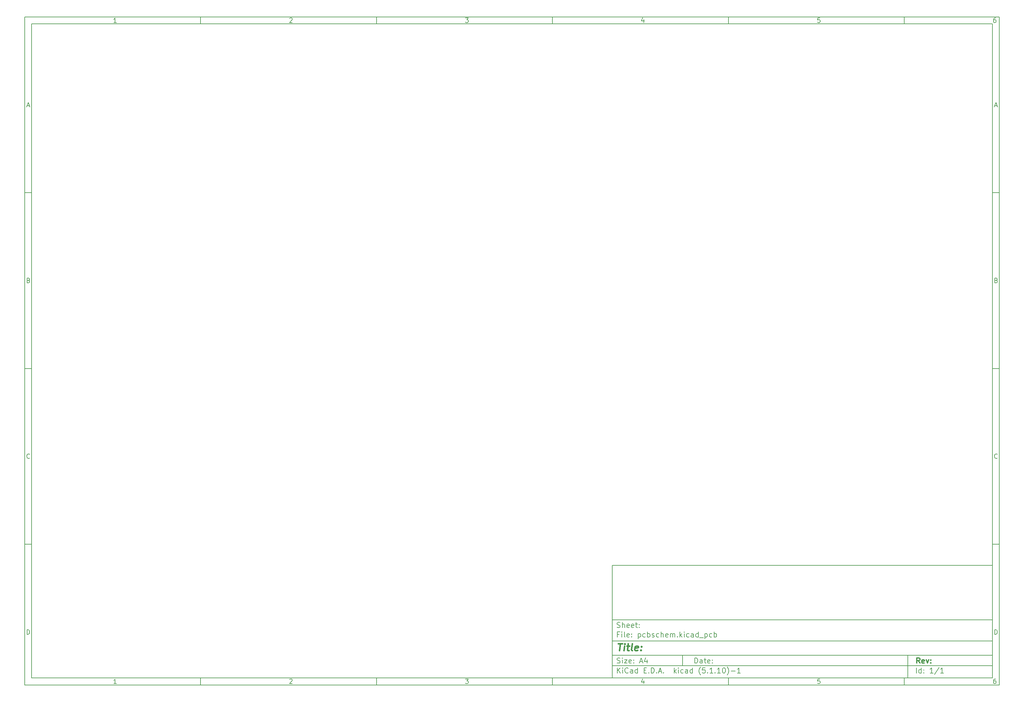
<source format=gbr>
%TF.GenerationSoftware,KiCad,Pcbnew,(5.1.10)-1*%
%TF.CreationDate,2021-10-04T17:28:05-07:00*%
%TF.ProjectId,pcbschem,70636273-6368-4656-9d2e-6b696361645f,rev?*%
%TF.SameCoordinates,Original*%
%TF.FileFunction,Other,ECO2*%
%FSLAX46Y46*%
G04 Gerber Fmt 4.6, Leading zero omitted, Abs format (unit mm)*
G04 Created by KiCad (PCBNEW (5.1.10)-1) date 2021-10-04 17:28:05*
%MOMM*%
%LPD*%
G01*
G04 APERTURE LIST*
%ADD10C,0.100000*%
%ADD11C,0.150000*%
%ADD12C,0.300000*%
%ADD13C,0.400000*%
G04 APERTURE END LIST*
D10*
D11*
X177002200Y-166007200D02*
X177002200Y-198007200D01*
X285002200Y-198007200D01*
X285002200Y-166007200D01*
X177002200Y-166007200D01*
D10*
D11*
X10000000Y-10000000D02*
X10000000Y-200007200D01*
X287002200Y-200007200D01*
X287002200Y-10000000D01*
X10000000Y-10000000D01*
D10*
D11*
X12000000Y-12000000D02*
X12000000Y-198007200D01*
X285002200Y-198007200D01*
X285002200Y-12000000D01*
X12000000Y-12000000D01*
D10*
D11*
X60000000Y-12000000D02*
X60000000Y-10000000D01*
D10*
D11*
X110000000Y-12000000D02*
X110000000Y-10000000D01*
D10*
D11*
X160000000Y-12000000D02*
X160000000Y-10000000D01*
D10*
D11*
X210000000Y-12000000D02*
X210000000Y-10000000D01*
D10*
D11*
X260000000Y-12000000D02*
X260000000Y-10000000D01*
D10*
D11*
X36065476Y-11588095D02*
X35322619Y-11588095D01*
X35694047Y-11588095D02*
X35694047Y-10288095D01*
X35570238Y-10473809D01*
X35446428Y-10597619D01*
X35322619Y-10659523D01*
D10*
D11*
X85322619Y-10411904D02*
X85384523Y-10350000D01*
X85508333Y-10288095D01*
X85817857Y-10288095D01*
X85941666Y-10350000D01*
X86003571Y-10411904D01*
X86065476Y-10535714D01*
X86065476Y-10659523D01*
X86003571Y-10845238D01*
X85260714Y-11588095D01*
X86065476Y-11588095D01*
D10*
D11*
X135260714Y-10288095D02*
X136065476Y-10288095D01*
X135632142Y-10783333D01*
X135817857Y-10783333D01*
X135941666Y-10845238D01*
X136003571Y-10907142D01*
X136065476Y-11030952D01*
X136065476Y-11340476D01*
X136003571Y-11464285D01*
X135941666Y-11526190D01*
X135817857Y-11588095D01*
X135446428Y-11588095D01*
X135322619Y-11526190D01*
X135260714Y-11464285D01*
D10*
D11*
X185941666Y-10721428D02*
X185941666Y-11588095D01*
X185632142Y-10226190D02*
X185322619Y-11154761D01*
X186127380Y-11154761D01*
D10*
D11*
X236003571Y-10288095D02*
X235384523Y-10288095D01*
X235322619Y-10907142D01*
X235384523Y-10845238D01*
X235508333Y-10783333D01*
X235817857Y-10783333D01*
X235941666Y-10845238D01*
X236003571Y-10907142D01*
X236065476Y-11030952D01*
X236065476Y-11340476D01*
X236003571Y-11464285D01*
X235941666Y-11526190D01*
X235817857Y-11588095D01*
X235508333Y-11588095D01*
X235384523Y-11526190D01*
X235322619Y-11464285D01*
D10*
D11*
X285941666Y-10288095D02*
X285694047Y-10288095D01*
X285570238Y-10350000D01*
X285508333Y-10411904D01*
X285384523Y-10597619D01*
X285322619Y-10845238D01*
X285322619Y-11340476D01*
X285384523Y-11464285D01*
X285446428Y-11526190D01*
X285570238Y-11588095D01*
X285817857Y-11588095D01*
X285941666Y-11526190D01*
X286003571Y-11464285D01*
X286065476Y-11340476D01*
X286065476Y-11030952D01*
X286003571Y-10907142D01*
X285941666Y-10845238D01*
X285817857Y-10783333D01*
X285570238Y-10783333D01*
X285446428Y-10845238D01*
X285384523Y-10907142D01*
X285322619Y-11030952D01*
D10*
D11*
X60000000Y-198007200D02*
X60000000Y-200007200D01*
D10*
D11*
X110000000Y-198007200D02*
X110000000Y-200007200D01*
D10*
D11*
X160000000Y-198007200D02*
X160000000Y-200007200D01*
D10*
D11*
X210000000Y-198007200D02*
X210000000Y-200007200D01*
D10*
D11*
X260000000Y-198007200D02*
X260000000Y-200007200D01*
D10*
D11*
X36065476Y-199595295D02*
X35322619Y-199595295D01*
X35694047Y-199595295D02*
X35694047Y-198295295D01*
X35570238Y-198481009D01*
X35446428Y-198604819D01*
X35322619Y-198666723D01*
D10*
D11*
X85322619Y-198419104D02*
X85384523Y-198357200D01*
X85508333Y-198295295D01*
X85817857Y-198295295D01*
X85941666Y-198357200D01*
X86003571Y-198419104D01*
X86065476Y-198542914D01*
X86065476Y-198666723D01*
X86003571Y-198852438D01*
X85260714Y-199595295D01*
X86065476Y-199595295D01*
D10*
D11*
X135260714Y-198295295D02*
X136065476Y-198295295D01*
X135632142Y-198790533D01*
X135817857Y-198790533D01*
X135941666Y-198852438D01*
X136003571Y-198914342D01*
X136065476Y-199038152D01*
X136065476Y-199347676D01*
X136003571Y-199471485D01*
X135941666Y-199533390D01*
X135817857Y-199595295D01*
X135446428Y-199595295D01*
X135322619Y-199533390D01*
X135260714Y-199471485D01*
D10*
D11*
X185941666Y-198728628D02*
X185941666Y-199595295D01*
X185632142Y-198233390D02*
X185322619Y-199161961D01*
X186127380Y-199161961D01*
D10*
D11*
X236003571Y-198295295D02*
X235384523Y-198295295D01*
X235322619Y-198914342D01*
X235384523Y-198852438D01*
X235508333Y-198790533D01*
X235817857Y-198790533D01*
X235941666Y-198852438D01*
X236003571Y-198914342D01*
X236065476Y-199038152D01*
X236065476Y-199347676D01*
X236003571Y-199471485D01*
X235941666Y-199533390D01*
X235817857Y-199595295D01*
X235508333Y-199595295D01*
X235384523Y-199533390D01*
X235322619Y-199471485D01*
D10*
D11*
X285941666Y-198295295D02*
X285694047Y-198295295D01*
X285570238Y-198357200D01*
X285508333Y-198419104D01*
X285384523Y-198604819D01*
X285322619Y-198852438D01*
X285322619Y-199347676D01*
X285384523Y-199471485D01*
X285446428Y-199533390D01*
X285570238Y-199595295D01*
X285817857Y-199595295D01*
X285941666Y-199533390D01*
X286003571Y-199471485D01*
X286065476Y-199347676D01*
X286065476Y-199038152D01*
X286003571Y-198914342D01*
X285941666Y-198852438D01*
X285817857Y-198790533D01*
X285570238Y-198790533D01*
X285446428Y-198852438D01*
X285384523Y-198914342D01*
X285322619Y-199038152D01*
D10*
D11*
X10000000Y-60000000D02*
X12000000Y-60000000D01*
D10*
D11*
X10000000Y-110000000D02*
X12000000Y-110000000D01*
D10*
D11*
X10000000Y-160000000D02*
X12000000Y-160000000D01*
D10*
D11*
X10690476Y-35216666D02*
X11309523Y-35216666D01*
X10566666Y-35588095D02*
X11000000Y-34288095D01*
X11433333Y-35588095D01*
D10*
D11*
X11092857Y-84907142D02*
X11278571Y-84969047D01*
X11340476Y-85030952D01*
X11402380Y-85154761D01*
X11402380Y-85340476D01*
X11340476Y-85464285D01*
X11278571Y-85526190D01*
X11154761Y-85588095D01*
X10659523Y-85588095D01*
X10659523Y-84288095D01*
X11092857Y-84288095D01*
X11216666Y-84350000D01*
X11278571Y-84411904D01*
X11340476Y-84535714D01*
X11340476Y-84659523D01*
X11278571Y-84783333D01*
X11216666Y-84845238D01*
X11092857Y-84907142D01*
X10659523Y-84907142D01*
D10*
D11*
X11402380Y-135464285D02*
X11340476Y-135526190D01*
X11154761Y-135588095D01*
X11030952Y-135588095D01*
X10845238Y-135526190D01*
X10721428Y-135402380D01*
X10659523Y-135278571D01*
X10597619Y-135030952D01*
X10597619Y-134845238D01*
X10659523Y-134597619D01*
X10721428Y-134473809D01*
X10845238Y-134350000D01*
X11030952Y-134288095D01*
X11154761Y-134288095D01*
X11340476Y-134350000D01*
X11402380Y-134411904D01*
D10*
D11*
X10659523Y-185588095D02*
X10659523Y-184288095D01*
X10969047Y-184288095D01*
X11154761Y-184350000D01*
X11278571Y-184473809D01*
X11340476Y-184597619D01*
X11402380Y-184845238D01*
X11402380Y-185030952D01*
X11340476Y-185278571D01*
X11278571Y-185402380D01*
X11154761Y-185526190D01*
X10969047Y-185588095D01*
X10659523Y-185588095D01*
D10*
D11*
X287002200Y-60000000D02*
X285002200Y-60000000D01*
D10*
D11*
X287002200Y-110000000D02*
X285002200Y-110000000D01*
D10*
D11*
X287002200Y-160000000D02*
X285002200Y-160000000D01*
D10*
D11*
X285692676Y-35216666D02*
X286311723Y-35216666D01*
X285568866Y-35588095D02*
X286002200Y-34288095D01*
X286435533Y-35588095D01*
D10*
D11*
X286095057Y-84907142D02*
X286280771Y-84969047D01*
X286342676Y-85030952D01*
X286404580Y-85154761D01*
X286404580Y-85340476D01*
X286342676Y-85464285D01*
X286280771Y-85526190D01*
X286156961Y-85588095D01*
X285661723Y-85588095D01*
X285661723Y-84288095D01*
X286095057Y-84288095D01*
X286218866Y-84350000D01*
X286280771Y-84411904D01*
X286342676Y-84535714D01*
X286342676Y-84659523D01*
X286280771Y-84783333D01*
X286218866Y-84845238D01*
X286095057Y-84907142D01*
X285661723Y-84907142D01*
D10*
D11*
X286404580Y-135464285D02*
X286342676Y-135526190D01*
X286156961Y-135588095D01*
X286033152Y-135588095D01*
X285847438Y-135526190D01*
X285723628Y-135402380D01*
X285661723Y-135278571D01*
X285599819Y-135030952D01*
X285599819Y-134845238D01*
X285661723Y-134597619D01*
X285723628Y-134473809D01*
X285847438Y-134350000D01*
X286033152Y-134288095D01*
X286156961Y-134288095D01*
X286342676Y-134350000D01*
X286404580Y-134411904D01*
D10*
D11*
X285661723Y-185588095D02*
X285661723Y-184288095D01*
X285971247Y-184288095D01*
X286156961Y-184350000D01*
X286280771Y-184473809D01*
X286342676Y-184597619D01*
X286404580Y-184845238D01*
X286404580Y-185030952D01*
X286342676Y-185278571D01*
X286280771Y-185402380D01*
X286156961Y-185526190D01*
X285971247Y-185588095D01*
X285661723Y-185588095D01*
D10*
D11*
X200434342Y-193785771D02*
X200434342Y-192285771D01*
X200791485Y-192285771D01*
X201005771Y-192357200D01*
X201148628Y-192500057D01*
X201220057Y-192642914D01*
X201291485Y-192928628D01*
X201291485Y-193142914D01*
X201220057Y-193428628D01*
X201148628Y-193571485D01*
X201005771Y-193714342D01*
X200791485Y-193785771D01*
X200434342Y-193785771D01*
X202577200Y-193785771D02*
X202577200Y-193000057D01*
X202505771Y-192857200D01*
X202362914Y-192785771D01*
X202077200Y-192785771D01*
X201934342Y-192857200D01*
X202577200Y-193714342D02*
X202434342Y-193785771D01*
X202077200Y-193785771D01*
X201934342Y-193714342D01*
X201862914Y-193571485D01*
X201862914Y-193428628D01*
X201934342Y-193285771D01*
X202077200Y-193214342D01*
X202434342Y-193214342D01*
X202577200Y-193142914D01*
X203077200Y-192785771D02*
X203648628Y-192785771D01*
X203291485Y-192285771D02*
X203291485Y-193571485D01*
X203362914Y-193714342D01*
X203505771Y-193785771D01*
X203648628Y-193785771D01*
X204720057Y-193714342D02*
X204577200Y-193785771D01*
X204291485Y-193785771D01*
X204148628Y-193714342D01*
X204077200Y-193571485D01*
X204077200Y-193000057D01*
X204148628Y-192857200D01*
X204291485Y-192785771D01*
X204577200Y-192785771D01*
X204720057Y-192857200D01*
X204791485Y-193000057D01*
X204791485Y-193142914D01*
X204077200Y-193285771D01*
X205434342Y-193642914D02*
X205505771Y-193714342D01*
X205434342Y-193785771D01*
X205362914Y-193714342D01*
X205434342Y-193642914D01*
X205434342Y-193785771D01*
X205434342Y-192857200D02*
X205505771Y-192928628D01*
X205434342Y-193000057D01*
X205362914Y-192928628D01*
X205434342Y-192857200D01*
X205434342Y-193000057D01*
D10*
D11*
X177002200Y-194507200D02*
X285002200Y-194507200D01*
D10*
D11*
X178434342Y-196585771D02*
X178434342Y-195085771D01*
X179291485Y-196585771D02*
X178648628Y-195728628D01*
X179291485Y-195085771D02*
X178434342Y-195942914D01*
X179934342Y-196585771D02*
X179934342Y-195585771D01*
X179934342Y-195085771D02*
X179862914Y-195157200D01*
X179934342Y-195228628D01*
X180005771Y-195157200D01*
X179934342Y-195085771D01*
X179934342Y-195228628D01*
X181505771Y-196442914D02*
X181434342Y-196514342D01*
X181220057Y-196585771D01*
X181077200Y-196585771D01*
X180862914Y-196514342D01*
X180720057Y-196371485D01*
X180648628Y-196228628D01*
X180577200Y-195942914D01*
X180577200Y-195728628D01*
X180648628Y-195442914D01*
X180720057Y-195300057D01*
X180862914Y-195157200D01*
X181077200Y-195085771D01*
X181220057Y-195085771D01*
X181434342Y-195157200D01*
X181505771Y-195228628D01*
X182791485Y-196585771D02*
X182791485Y-195800057D01*
X182720057Y-195657200D01*
X182577200Y-195585771D01*
X182291485Y-195585771D01*
X182148628Y-195657200D01*
X182791485Y-196514342D02*
X182648628Y-196585771D01*
X182291485Y-196585771D01*
X182148628Y-196514342D01*
X182077200Y-196371485D01*
X182077200Y-196228628D01*
X182148628Y-196085771D01*
X182291485Y-196014342D01*
X182648628Y-196014342D01*
X182791485Y-195942914D01*
X184148628Y-196585771D02*
X184148628Y-195085771D01*
X184148628Y-196514342D02*
X184005771Y-196585771D01*
X183720057Y-196585771D01*
X183577200Y-196514342D01*
X183505771Y-196442914D01*
X183434342Y-196300057D01*
X183434342Y-195871485D01*
X183505771Y-195728628D01*
X183577200Y-195657200D01*
X183720057Y-195585771D01*
X184005771Y-195585771D01*
X184148628Y-195657200D01*
X186005771Y-195800057D02*
X186505771Y-195800057D01*
X186720057Y-196585771D02*
X186005771Y-196585771D01*
X186005771Y-195085771D01*
X186720057Y-195085771D01*
X187362914Y-196442914D02*
X187434342Y-196514342D01*
X187362914Y-196585771D01*
X187291485Y-196514342D01*
X187362914Y-196442914D01*
X187362914Y-196585771D01*
X188077200Y-196585771D02*
X188077200Y-195085771D01*
X188434342Y-195085771D01*
X188648628Y-195157200D01*
X188791485Y-195300057D01*
X188862914Y-195442914D01*
X188934342Y-195728628D01*
X188934342Y-195942914D01*
X188862914Y-196228628D01*
X188791485Y-196371485D01*
X188648628Y-196514342D01*
X188434342Y-196585771D01*
X188077200Y-196585771D01*
X189577200Y-196442914D02*
X189648628Y-196514342D01*
X189577200Y-196585771D01*
X189505771Y-196514342D01*
X189577200Y-196442914D01*
X189577200Y-196585771D01*
X190220057Y-196157200D02*
X190934342Y-196157200D01*
X190077200Y-196585771D02*
X190577200Y-195085771D01*
X191077200Y-196585771D01*
X191577200Y-196442914D02*
X191648628Y-196514342D01*
X191577200Y-196585771D01*
X191505771Y-196514342D01*
X191577200Y-196442914D01*
X191577200Y-196585771D01*
X194577200Y-196585771D02*
X194577200Y-195085771D01*
X194720057Y-196014342D02*
X195148628Y-196585771D01*
X195148628Y-195585771D02*
X194577200Y-196157200D01*
X195791485Y-196585771D02*
X195791485Y-195585771D01*
X195791485Y-195085771D02*
X195720057Y-195157200D01*
X195791485Y-195228628D01*
X195862914Y-195157200D01*
X195791485Y-195085771D01*
X195791485Y-195228628D01*
X197148628Y-196514342D02*
X197005771Y-196585771D01*
X196720057Y-196585771D01*
X196577200Y-196514342D01*
X196505771Y-196442914D01*
X196434342Y-196300057D01*
X196434342Y-195871485D01*
X196505771Y-195728628D01*
X196577200Y-195657200D01*
X196720057Y-195585771D01*
X197005771Y-195585771D01*
X197148628Y-195657200D01*
X198434342Y-196585771D02*
X198434342Y-195800057D01*
X198362914Y-195657200D01*
X198220057Y-195585771D01*
X197934342Y-195585771D01*
X197791485Y-195657200D01*
X198434342Y-196514342D02*
X198291485Y-196585771D01*
X197934342Y-196585771D01*
X197791485Y-196514342D01*
X197720057Y-196371485D01*
X197720057Y-196228628D01*
X197791485Y-196085771D01*
X197934342Y-196014342D01*
X198291485Y-196014342D01*
X198434342Y-195942914D01*
X199791485Y-196585771D02*
X199791485Y-195085771D01*
X199791485Y-196514342D02*
X199648628Y-196585771D01*
X199362914Y-196585771D01*
X199220057Y-196514342D01*
X199148628Y-196442914D01*
X199077200Y-196300057D01*
X199077200Y-195871485D01*
X199148628Y-195728628D01*
X199220057Y-195657200D01*
X199362914Y-195585771D01*
X199648628Y-195585771D01*
X199791485Y-195657200D01*
X202077200Y-197157200D02*
X202005771Y-197085771D01*
X201862914Y-196871485D01*
X201791485Y-196728628D01*
X201720057Y-196514342D01*
X201648628Y-196157200D01*
X201648628Y-195871485D01*
X201720057Y-195514342D01*
X201791485Y-195300057D01*
X201862914Y-195157200D01*
X202005771Y-194942914D01*
X202077200Y-194871485D01*
X203362914Y-195085771D02*
X202648628Y-195085771D01*
X202577200Y-195800057D01*
X202648628Y-195728628D01*
X202791485Y-195657200D01*
X203148628Y-195657200D01*
X203291485Y-195728628D01*
X203362914Y-195800057D01*
X203434342Y-195942914D01*
X203434342Y-196300057D01*
X203362914Y-196442914D01*
X203291485Y-196514342D01*
X203148628Y-196585771D01*
X202791485Y-196585771D01*
X202648628Y-196514342D01*
X202577200Y-196442914D01*
X204077200Y-196442914D02*
X204148628Y-196514342D01*
X204077200Y-196585771D01*
X204005771Y-196514342D01*
X204077200Y-196442914D01*
X204077200Y-196585771D01*
X205577200Y-196585771D02*
X204720057Y-196585771D01*
X205148628Y-196585771D02*
X205148628Y-195085771D01*
X205005771Y-195300057D01*
X204862914Y-195442914D01*
X204720057Y-195514342D01*
X206220057Y-196442914D02*
X206291485Y-196514342D01*
X206220057Y-196585771D01*
X206148628Y-196514342D01*
X206220057Y-196442914D01*
X206220057Y-196585771D01*
X207720057Y-196585771D02*
X206862914Y-196585771D01*
X207291485Y-196585771D02*
X207291485Y-195085771D01*
X207148628Y-195300057D01*
X207005771Y-195442914D01*
X206862914Y-195514342D01*
X208648628Y-195085771D02*
X208791485Y-195085771D01*
X208934342Y-195157200D01*
X209005771Y-195228628D01*
X209077200Y-195371485D01*
X209148628Y-195657200D01*
X209148628Y-196014342D01*
X209077200Y-196300057D01*
X209005771Y-196442914D01*
X208934342Y-196514342D01*
X208791485Y-196585771D01*
X208648628Y-196585771D01*
X208505771Y-196514342D01*
X208434342Y-196442914D01*
X208362914Y-196300057D01*
X208291485Y-196014342D01*
X208291485Y-195657200D01*
X208362914Y-195371485D01*
X208434342Y-195228628D01*
X208505771Y-195157200D01*
X208648628Y-195085771D01*
X209648628Y-197157200D02*
X209720057Y-197085771D01*
X209862914Y-196871485D01*
X209934342Y-196728628D01*
X210005771Y-196514342D01*
X210077200Y-196157200D01*
X210077200Y-195871485D01*
X210005771Y-195514342D01*
X209934342Y-195300057D01*
X209862914Y-195157200D01*
X209720057Y-194942914D01*
X209648628Y-194871485D01*
X210791485Y-196014342D02*
X211934342Y-196014342D01*
X213434342Y-196585771D02*
X212577200Y-196585771D01*
X213005771Y-196585771D02*
X213005771Y-195085771D01*
X212862914Y-195300057D01*
X212720057Y-195442914D01*
X212577200Y-195514342D01*
D10*
D11*
X177002200Y-191507200D02*
X285002200Y-191507200D01*
D10*
D12*
X264411485Y-193785771D02*
X263911485Y-193071485D01*
X263554342Y-193785771D02*
X263554342Y-192285771D01*
X264125771Y-192285771D01*
X264268628Y-192357200D01*
X264340057Y-192428628D01*
X264411485Y-192571485D01*
X264411485Y-192785771D01*
X264340057Y-192928628D01*
X264268628Y-193000057D01*
X264125771Y-193071485D01*
X263554342Y-193071485D01*
X265625771Y-193714342D02*
X265482914Y-193785771D01*
X265197200Y-193785771D01*
X265054342Y-193714342D01*
X264982914Y-193571485D01*
X264982914Y-193000057D01*
X265054342Y-192857200D01*
X265197200Y-192785771D01*
X265482914Y-192785771D01*
X265625771Y-192857200D01*
X265697200Y-193000057D01*
X265697200Y-193142914D01*
X264982914Y-193285771D01*
X266197200Y-192785771D02*
X266554342Y-193785771D01*
X266911485Y-192785771D01*
X267482914Y-193642914D02*
X267554342Y-193714342D01*
X267482914Y-193785771D01*
X267411485Y-193714342D01*
X267482914Y-193642914D01*
X267482914Y-193785771D01*
X267482914Y-192857200D02*
X267554342Y-192928628D01*
X267482914Y-193000057D01*
X267411485Y-192928628D01*
X267482914Y-192857200D01*
X267482914Y-193000057D01*
D10*
D11*
X178362914Y-193714342D02*
X178577200Y-193785771D01*
X178934342Y-193785771D01*
X179077200Y-193714342D01*
X179148628Y-193642914D01*
X179220057Y-193500057D01*
X179220057Y-193357200D01*
X179148628Y-193214342D01*
X179077200Y-193142914D01*
X178934342Y-193071485D01*
X178648628Y-193000057D01*
X178505771Y-192928628D01*
X178434342Y-192857200D01*
X178362914Y-192714342D01*
X178362914Y-192571485D01*
X178434342Y-192428628D01*
X178505771Y-192357200D01*
X178648628Y-192285771D01*
X179005771Y-192285771D01*
X179220057Y-192357200D01*
X179862914Y-193785771D02*
X179862914Y-192785771D01*
X179862914Y-192285771D02*
X179791485Y-192357200D01*
X179862914Y-192428628D01*
X179934342Y-192357200D01*
X179862914Y-192285771D01*
X179862914Y-192428628D01*
X180434342Y-192785771D02*
X181220057Y-192785771D01*
X180434342Y-193785771D01*
X181220057Y-193785771D01*
X182362914Y-193714342D02*
X182220057Y-193785771D01*
X181934342Y-193785771D01*
X181791485Y-193714342D01*
X181720057Y-193571485D01*
X181720057Y-193000057D01*
X181791485Y-192857200D01*
X181934342Y-192785771D01*
X182220057Y-192785771D01*
X182362914Y-192857200D01*
X182434342Y-193000057D01*
X182434342Y-193142914D01*
X181720057Y-193285771D01*
X183077200Y-193642914D02*
X183148628Y-193714342D01*
X183077200Y-193785771D01*
X183005771Y-193714342D01*
X183077200Y-193642914D01*
X183077200Y-193785771D01*
X183077200Y-192857200D02*
X183148628Y-192928628D01*
X183077200Y-193000057D01*
X183005771Y-192928628D01*
X183077200Y-192857200D01*
X183077200Y-193000057D01*
X184862914Y-193357200D02*
X185577200Y-193357200D01*
X184720057Y-193785771D02*
X185220057Y-192285771D01*
X185720057Y-193785771D01*
X186862914Y-192785771D02*
X186862914Y-193785771D01*
X186505771Y-192214342D02*
X186148628Y-193285771D01*
X187077200Y-193285771D01*
D10*
D11*
X263434342Y-196585771D02*
X263434342Y-195085771D01*
X264791485Y-196585771D02*
X264791485Y-195085771D01*
X264791485Y-196514342D02*
X264648628Y-196585771D01*
X264362914Y-196585771D01*
X264220057Y-196514342D01*
X264148628Y-196442914D01*
X264077200Y-196300057D01*
X264077200Y-195871485D01*
X264148628Y-195728628D01*
X264220057Y-195657200D01*
X264362914Y-195585771D01*
X264648628Y-195585771D01*
X264791485Y-195657200D01*
X265505771Y-196442914D02*
X265577200Y-196514342D01*
X265505771Y-196585771D01*
X265434342Y-196514342D01*
X265505771Y-196442914D01*
X265505771Y-196585771D01*
X265505771Y-195657200D02*
X265577200Y-195728628D01*
X265505771Y-195800057D01*
X265434342Y-195728628D01*
X265505771Y-195657200D01*
X265505771Y-195800057D01*
X268148628Y-196585771D02*
X267291485Y-196585771D01*
X267720057Y-196585771D02*
X267720057Y-195085771D01*
X267577200Y-195300057D01*
X267434342Y-195442914D01*
X267291485Y-195514342D01*
X269862914Y-195014342D02*
X268577200Y-196942914D01*
X271148628Y-196585771D02*
X270291485Y-196585771D01*
X270720057Y-196585771D02*
X270720057Y-195085771D01*
X270577200Y-195300057D01*
X270434342Y-195442914D01*
X270291485Y-195514342D01*
D10*
D11*
X177002200Y-187507200D02*
X285002200Y-187507200D01*
D10*
D13*
X178714580Y-188211961D02*
X179857438Y-188211961D01*
X179036009Y-190211961D02*
X179286009Y-188211961D01*
X180274104Y-190211961D02*
X180440771Y-188878628D01*
X180524104Y-188211961D02*
X180416961Y-188307200D01*
X180500295Y-188402438D01*
X180607438Y-188307200D01*
X180524104Y-188211961D01*
X180500295Y-188402438D01*
X181107438Y-188878628D02*
X181869342Y-188878628D01*
X181476485Y-188211961D02*
X181262200Y-189926247D01*
X181333628Y-190116723D01*
X181512200Y-190211961D01*
X181702676Y-190211961D01*
X182655057Y-190211961D02*
X182476485Y-190116723D01*
X182405057Y-189926247D01*
X182619342Y-188211961D01*
X184190771Y-190116723D02*
X183988390Y-190211961D01*
X183607438Y-190211961D01*
X183428866Y-190116723D01*
X183357438Y-189926247D01*
X183452676Y-189164342D01*
X183571723Y-188973866D01*
X183774104Y-188878628D01*
X184155057Y-188878628D01*
X184333628Y-188973866D01*
X184405057Y-189164342D01*
X184381247Y-189354819D01*
X183405057Y-189545295D01*
X185155057Y-190021485D02*
X185238390Y-190116723D01*
X185131247Y-190211961D01*
X185047914Y-190116723D01*
X185155057Y-190021485D01*
X185131247Y-190211961D01*
X185286009Y-188973866D02*
X185369342Y-189069104D01*
X185262200Y-189164342D01*
X185178866Y-189069104D01*
X185286009Y-188973866D01*
X185262200Y-189164342D01*
D10*
D11*
X178934342Y-185600057D02*
X178434342Y-185600057D01*
X178434342Y-186385771D02*
X178434342Y-184885771D01*
X179148628Y-184885771D01*
X179720057Y-186385771D02*
X179720057Y-185385771D01*
X179720057Y-184885771D02*
X179648628Y-184957200D01*
X179720057Y-185028628D01*
X179791485Y-184957200D01*
X179720057Y-184885771D01*
X179720057Y-185028628D01*
X180648628Y-186385771D02*
X180505771Y-186314342D01*
X180434342Y-186171485D01*
X180434342Y-184885771D01*
X181791485Y-186314342D02*
X181648628Y-186385771D01*
X181362914Y-186385771D01*
X181220057Y-186314342D01*
X181148628Y-186171485D01*
X181148628Y-185600057D01*
X181220057Y-185457200D01*
X181362914Y-185385771D01*
X181648628Y-185385771D01*
X181791485Y-185457200D01*
X181862914Y-185600057D01*
X181862914Y-185742914D01*
X181148628Y-185885771D01*
X182505771Y-186242914D02*
X182577200Y-186314342D01*
X182505771Y-186385771D01*
X182434342Y-186314342D01*
X182505771Y-186242914D01*
X182505771Y-186385771D01*
X182505771Y-185457200D02*
X182577200Y-185528628D01*
X182505771Y-185600057D01*
X182434342Y-185528628D01*
X182505771Y-185457200D01*
X182505771Y-185600057D01*
X184362914Y-185385771D02*
X184362914Y-186885771D01*
X184362914Y-185457200D02*
X184505771Y-185385771D01*
X184791485Y-185385771D01*
X184934342Y-185457200D01*
X185005771Y-185528628D01*
X185077200Y-185671485D01*
X185077200Y-186100057D01*
X185005771Y-186242914D01*
X184934342Y-186314342D01*
X184791485Y-186385771D01*
X184505771Y-186385771D01*
X184362914Y-186314342D01*
X186362914Y-186314342D02*
X186220057Y-186385771D01*
X185934342Y-186385771D01*
X185791485Y-186314342D01*
X185720057Y-186242914D01*
X185648628Y-186100057D01*
X185648628Y-185671485D01*
X185720057Y-185528628D01*
X185791485Y-185457200D01*
X185934342Y-185385771D01*
X186220057Y-185385771D01*
X186362914Y-185457200D01*
X187005771Y-186385771D02*
X187005771Y-184885771D01*
X187005771Y-185457200D02*
X187148628Y-185385771D01*
X187434342Y-185385771D01*
X187577200Y-185457200D01*
X187648628Y-185528628D01*
X187720057Y-185671485D01*
X187720057Y-186100057D01*
X187648628Y-186242914D01*
X187577200Y-186314342D01*
X187434342Y-186385771D01*
X187148628Y-186385771D01*
X187005771Y-186314342D01*
X188291485Y-186314342D02*
X188434342Y-186385771D01*
X188720057Y-186385771D01*
X188862914Y-186314342D01*
X188934342Y-186171485D01*
X188934342Y-186100057D01*
X188862914Y-185957200D01*
X188720057Y-185885771D01*
X188505771Y-185885771D01*
X188362914Y-185814342D01*
X188291485Y-185671485D01*
X188291485Y-185600057D01*
X188362914Y-185457200D01*
X188505771Y-185385771D01*
X188720057Y-185385771D01*
X188862914Y-185457200D01*
X190220057Y-186314342D02*
X190077200Y-186385771D01*
X189791485Y-186385771D01*
X189648628Y-186314342D01*
X189577200Y-186242914D01*
X189505771Y-186100057D01*
X189505771Y-185671485D01*
X189577200Y-185528628D01*
X189648628Y-185457200D01*
X189791485Y-185385771D01*
X190077200Y-185385771D01*
X190220057Y-185457200D01*
X190862914Y-186385771D02*
X190862914Y-184885771D01*
X191505771Y-186385771D02*
X191505771Y-185600057D01*
X191434342Y-185457200D01*
X191291485Y-185385771D01*
X191077200Y-185385771D01*
X190934342Y-185457200D01*
X190862914Y-185528628D01*
X192791485Y-186314342D02*
X192648628Y-186385771D01*
X192362914Y-186385771D01*
X192220057Y-186314342D01*
X192148628Y-186171485D01*
X192148628Y-185600057D01*
X192220057Y-185457200D01*
X192362914Y-185385771D01*
X192648628Y-185385771D01*
X192791485Y-185457200D01*
X192862914Y-185600057D01*
X192862914Y-185742914D01*
X192148628Y-185885771D01*
X193505771Y-186385771D02*
X193505771Y-185385771D01*
X193505771Y-185528628D02*
X193577200Y-185457200D01*
X193720057Y-185385771D01*
X193934342Y-185385771D01*
X194077200Y-185457200D01*
X194148628Y-185600057D01*
X194148628Y-186385771D01*
X194148628Y-185600057D02*
X194220057Y-185457200D01*
X194362914Y-185385771D01*
X194577200Y-185385771D01*
X194720057Y-185457200D01*
X194791485Y-185600057D01*
X194791485Y-186385771D01*
X195505771Y-186242914D02*
X195577200Y-186314342D01*
X195505771Y-186385771D01*
X195434342Y-186314342D01*
X195505771Y-186242914D01*
X195505771Y-186385771D01*
X196220057Y-186385771D02*
X196220057Y-184885771D01*
X196362914Y-185814342D02*
X196791485Y-186385771D01*
X196791485Y-185385771D02*
X196220057Y-185957200D01*
X197434342Y-186385771D02*
X197434342Y-185385771D01*
X197434342Y-184885771D02*
X197362914Y-184957200D01*
X197434342Y-185028628D01*
X197505771Y-184957200D01*
X197434342Y-184885771D01*
X197434342Y-185028628D01*
X198791485Y-186314342D02*
X198648628Y-186385771D01*
X198362914Y-186385771D01*
X198220057Y-186314342D01*
X198148628Y-186242914D01*
X198077200Y-186100057D01*
X198077200Y-185671485D01*
X198148628Y-185528628D01*
X198220057Y-185457200D01*
X198362914Y-185385771D01*
X198648628Y-185385771D01*
X198791485Y-185457200D01*
X200077200Y-186385771D02*
X200077200Y-185600057D01*
X200005771Y-185457200D01*
X199862914Y-185385771D01*
X199577200Y-185385771D01*
X199434342Y-185457200D01*
X200077200Y-186314342D02*
X199934342Y-186385771D01*
X199577200Y-186385771D01*
X199434342Y-186314342D01*
X199362914Y-186171485D01*
X199362914Y-186028628D01*
X199434342Y-185885771D01*
X199577200Y-185814342D01*
X199934342Y-185814342D01*
X200077200Y-185742914D01*
X201434342Y-186385771D02*
X201434342Y-184885771D01*
X201434342Y-186314342D02*
X201291485Y-186385771D01*
X201005771Y-186385771D01*
X200862914Y-186314342D01*
X200791485Y-186242914D01*
X200720057Y-186100057D01*
X200720057Y-185671485D01*
X200791485Y-185528628D01*
X200862914Y-185457200D01*
X201005771Y-185385771D01*
X201291485Y-185385771D01*
X201434342Y-185457200D01*
X201791485Y-186528628D02*
X202934342Y-186528628D01*
X203291485Y-185385771D02*
X203291485Y-186885771D01*
X203291485Y-185457200D02*
X203434342Y-185385771D01*
X203720057Y-185385771D01*
X203862914Y-185457200D01*
X203934342Y-185528628D01*
X204005771Y-185671485D01*
X204005771Y-186100057D01*
X203934342Y-186242914D01*
X203862914Y-186314342D01*
X203720057Y-186385771D01*
X203434342Y-186385771D01*
X203291485Y-186314342D01*
X205291485Y-186314342D02*
X205148628Y-186385771D01*
X204862914Y-186385771D01*
X204720057Y-186314342D01*
X204648628Y-186242914D01*
X204577200Y-186100057D01*
X204577200Y-185671485D01*
X204648628Y-185528628D01*
X204720057Y-185457200D01*
X204862914Y-185385771D01*
X205148628Y-185385771D01*
X205291485Y-185457200D01*
X205934342Y-186385771D02*
X205934342Y-184885771D01*
X205934342Y-185457200D02*
X206077200Y-185385771D01*
X206362914Y-185385771D01*
X206505771Y-185457200D01*
X206577200Y-185528628D01*
X206648628Y-185671485D01*
X206648628Y-186100057D01*
X206577200Y-186242914D01*
X206505771Y-186314342D01*
X206362914Y-186385771D01*
X206077200Y-186385771D01*
X205934342Y-186314342D01*
D10*
D11*
X177002200Y-181507200D02*
X285002200Y-181507200D01*
D10*
D11*
X178362914Y-183614342D02*
X178577200Y-183685771D01*
X178934342Y-183685771D01*
X179077200Y-183614342D01*
X179148628Y-183542914D01*
X179220057Y-183400057D01*
X179220057Y-183257200D01*
X179148628Y-183114342D01*
X179077200Y-183042914D01*
X178934342Y-182971485D01*
X178648628Y-182900057D01*
X178505771Y-182828628D01*
X178434342Y-182757200D01*
X178362914Y-182614342D01*
X178362914Y-182471485D01*
X178434342Y-182328628D01*
X178505771Y-182257200D01*
X178648628Y-182185771D01*
X179005771Y-182185771D01*
X179220057Y-182257200D01*
X179862914Y-183685771D02*
X179862914Y-182185771D01*
X180505771Y-183685771D02*
X180505771Y-182900057D01*
X180434342Y-182757200D01*
X180291485Y-182685771D01*
X180077200Y-182685771D01*
X179934342Y-182757200D01*
X179862914Y-182828628D01*
X181791485Y-183614342D02*
X181648628Y-183685771D01*
X181362914Y-183685771D01*
X181220057Y-183614342D01*
X181148628Y-183471485D01*
X181148628Y-182900057D01*
X181220057Y-182757200D01*
X181362914Y-182685771D01*
X181648628Y-182685771D01*
X181791485Y-182757200D01*
X181862914Y-182900057D01*
X181862914Y-183042914D01*
X181148628Y-183185771D01*
X183077200Y-183614342D02*
X182934342Y-183685771D01*
X182648628Y-183685771D01*
X182505771Y-183614342D01*
X182434342Y-183471485D01*
X182434342Y-182900057D01*
X182505771Y-182757200D01*
X182648628Y-182685771D01*
X182934342Y-182685771D01*
X183077200Y-182757200D01*
X183148628Y-182900057D01*
X183148628Y-183042914D01*
X182434342Y-183185771D01*
X183577200Y-182685771D02*
X184148628Y-182685771D01*
X183791485Y-182185771D02*
X183791485Y-183471485D01*
X183862914Y-183614342D01*
X184005771Y-183685771D01*
X184148628Y-183685771D01*
X184648628Y-183542914D02*
X184720057Y-183614342D01*
X184648628Y-183685771D01*
X184577200Y-183614342D01*
X184648628Y-183542914D01*
X184648628Y-183685771D01*
X184648628Y-182757200D02*
X184720057Y-182828628D01*
X184648628Y-182900057D01*
X184577200Y-182828628D01*
X184648628Y-182757200D01*
X184648628Y-182900057D01*
D10*
D11*
X197002200Y-191507200D02*
X197002200Y-194507200D01*
D10*
D11*
X261002200Y-191507200D02*
X261002200Y-198007200D01*
M02*

</source>
